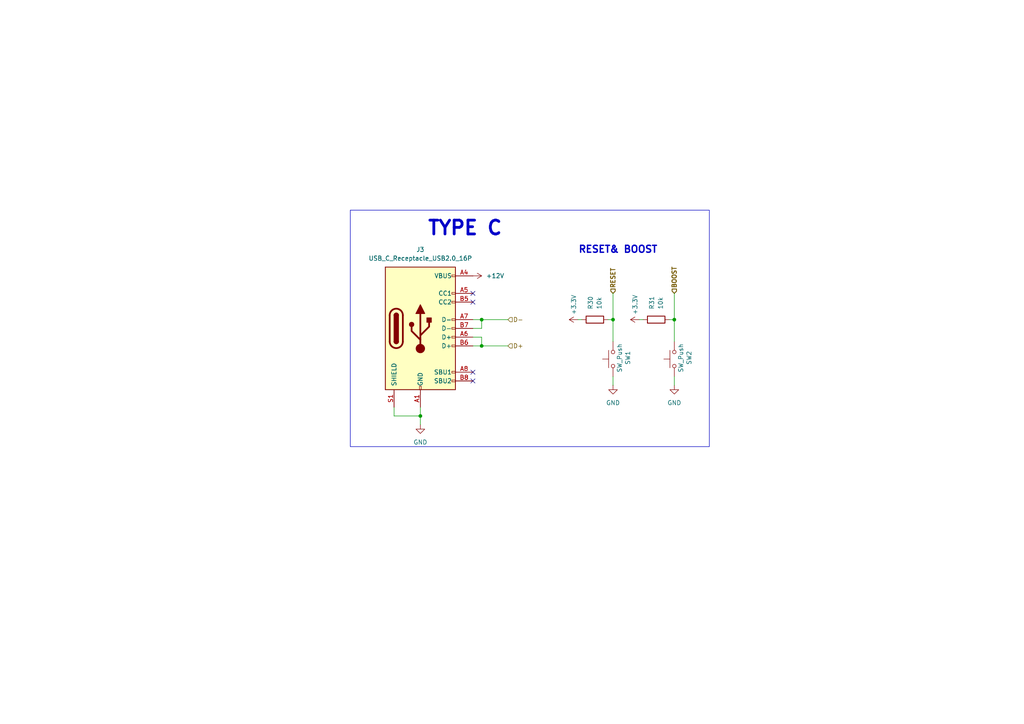
<source format=kicad_sch>
(kicad_sch (version 20231120) (generator "eeschema") (generator_version "8.0")
  (paper "A4")
  (lib_symbols
    (symbol "Connector:USB_C_Receptacle_USB2.0_16P" (pin_names (offset 1.016))
      (property "Reference" "J" (at 0 22.225 0))
      (property "Value" "USB_C_Receptacle_USB2.0_16P" (at 0 19.685 0))
      (symbol "USB_C_Receptacle_USB2.0_16P_0_0"
        (rectangle (start -0.254 -17.78) (end 0.254 -16.764))
        (rectangle (start 10.16 -14.986) (end 9.144 -15.494))
        (rectangle (start 10.16 -12.446) (end 9.144 -12.954))
        (rectangle (start 10.16 -4.826) (end 9.144 -5.334))
        (rectangle (start 10.16 -2.286) (end 9.144 -2.794))
        (rectangle (start 10.16 0.254) (end 9.144 -0.254))
        (rectangle (start 10.16 2.794) (end 9.144 2.286))
        (rectangle (start 10.16 7.874) (end 9.144 7.366))
        (rectangle (start 10.16 10.414) (end 9.144 9.906))
        (rectangle (start 10.16 15.494) (end 9.144 14.986))
      )
      (symbol "USB_C_Receptacle_USB2.0_16P_0_1"
        (rectangle (start -10.16 17.78) (end 10.16 -17.78) (stroke (width 0.254)) (fill (type background)))
        (arc (start -8.89 -3.81) (mid -6.985 -5.7067) (end -5.08 -3.81) (stroke (width 0.508)))
        (arc (start -7.62 -3.81) (mid -6.985 -4.4423) (end -6.35 -3.81) (stroke (width 0.254)))
        (arc (start -7.62 -3.81) (mid -6.985 -4.4423) (end -6.35 -3.81) (stroke (width 0.254)) (fill (type outline)))
        (rectangle (start -7.62 -3.81) (end -6.35 3.81) (stroke (width 0.254)) (fill (type outline)))
        (arc (start -6.35 3.81) (mid -6.985 4.4423) (end -7.62 3.81) (stroke (width 0.254)))
        (arc (start -6.35 3.81) (mid -6.985 4.4423) (end -7.62 3.81) (stroke (width 0.254)) (fill (type outline)))
        (arc (start -5.08 3.81) (mid -6.985 5.7067) (end -8.89 3.81) (stroke (width 0.508)))
        (circle (center -2.54 1.143) (radius 0.635) (stroke (width 0.254)) (fill (type outline)))
        (circle (center 0 -5.842) (radius 1.27) (fill (type outline)))
        (polyline (pts (xy -8.89 -3.81) (xy -8.89 3.81)) (stroke (width 0.508)))
        (polyline (pts (xy -5.08 3.81) (xy -5.08 -3.81)) (stroke (width 0.508)))
        (polyline (pts (xy 0 -5.842) (xy 0 4.318)) (stroke (width 0.508)))
        (polyline (pts (xy 0 -3.302) (xy -2.54 -0.762) (xy -2.54 0.508)) (stroke (width 0.508)))
        (polyline (pts (xy 0 -2.032) (xy 2.54 0.508) (xy 2.54 1.778)) (stroke (width 0.508)))
        (polyline (pts (xy -1.27 4.318) (xy 0 6.858) (xy 1.27 4.318) (xy -1.27 4.318)) (stroke (width 0.254)) (fill (type outline)))
        (rectangle (start 1.905 1.778) (end 3.175 3.048) (stroke (width 0.254)) (fill (type outline)))
      )
      (symbol "USB_C_Receptacle_USB2.0_16P_1_1"
        (pin passive line (at 0 -22.86 90) (length 5.08) (name "GND") (number "A1"))
        (pin passive line (at 0 -22.86 90) (length 5.08) hide (name "GND") (number "A12"))
        (pin passive line (at 15.24 15.24 180) (length 5.08) (name "VBUS") (number "A4"))
        (pin bidirectional line (at 15.24 10.16 180) (length 5.08) (name "CC1") (number "A5"))
        (pin bidirectional line (at 15.24 -2.54 180) (length 5.08) (name "D+") (number "A6"))
        (pin bidirectional line (at 15.24 2.54 180) (length 5.08) (name "D-") (number "A7"))
        (pin bidirectional line (at 15.24 -12.7 180) (length 5.08) (name "SBU1") (number "A8"))
        (pin passive line (at 15.24 15.24 180) (length 5.08) hide (name "VBUS") (number "A9"))
        (pin passive line (at 0 -22.86 90) (length 5.08) hide (name "GND") (number "B1"))
        (pin passive line (at 0 -22.86 90) (length 5.08) hide (name "GND") (number "B12"))
        (pin passive line (at 15.24 15.24 180) (length 5.08) hide (name "VBUS") (number "B4"))
        (pin bidirectional line (at 15.24 7.62 180) (length 5.08) (name "CC2") (number "B5"))
        (pin bidirectional line (at 15.24 -5.08 180) (length 5.08) (name "D+") (number "B6"))
        (pin bidirectional line (at 15.24 0 180) (length 5.08) (name "D-") (number "B7"))
        (pin bidirectional line (at 15.24 -15.24 180) (length 5.08) (name "SBU2") (number "B8"))
        (pin passive line (at 15.24 15.24 180) (length 5.08) hide (name "VBUS") (number "B9"))
        (pin passive line (at -7.62 -22.86 90) (length 5.08) (name "SHIELD") (number "S1"))
      )
    )
    (symbol "Device:R" (pin_numbers hide) (pin_names (offset 0))
      (property "Reference" "R" (at 2.032 0 90))
      (property "Value" "R" (at 0 0 90))
      (symbol "R_0_1"
        (rectangle (start -1.016 -2.54) (end 1.016 2.54) (stroke (width 0.254)))
      )
      (symbol "R_1_1"
        (pin passive line (at 0 3.81 270) (length 1.27) (name "~") (number "1"))
        (pin passive line (at 0 -3.81 90) (length 1.27) (name "~") (number "2"))
      )
    )
    (symbol "Switch:SW_Push" (pin_numbers hide) (pin_names (offset 1.016) hide)
      (property "Reference" "SW" (at 1.27 2.54 0))
      (property "Value" "SW_Push" (at 0 -1.524 0))
      (symbol "SW_Push_0_1"
        (circle (center -2.032 0) (radius 0.508))
        (polyline (pts (xy 0 1.27) (xy 0 3.048)))
        (polyline (pts (xy 2.54 1.27) (xy -2.54 1.27)))
        (circle (center 2.032 0) (radius 0.508))
        (pin passive line (at -5.08 0 0) (length 2.54) (name "1") (number "1"))
        (pin passive line (at 5.08 0 180) (length 2.54) (name "2") (number "2"))
      )
    )
    (symbol "power:+12V" (power) (pin_numbers hide) (pin_names (offset 0) hide)
      (property "Value" "+12V" (at 0 3.556 0))
      (symbol "+12V_0_1"
        (polyline (pts (xy -0.762 1.27) (xy 0 2.54)))
        (polyline (pts (xy 0 0) (xy 0 2.54)))
        (polyline (pts (xy 0 2.54) (xy 0.762 1.27)))
      )
      (symbol "+12V_1_1"
        (pin power_in line (at 0 0 90) (length 0) (name "~") (number "1"))
      )
    )
    (symbol "power:+3.3V" (power) (pin_names (offset 0))
      (property "Value" "+3.3V" (at 0 3.556 0))
      (symbol "+3.3V_0_1"
        (polyline (pts (xy -0.762 1.27) (xy 0 2.54)))
        (polyline (pts (xy 0 0) (xy 0 2.54)))
        (polyline (pts (xy 0 2.54) (xy 0.762 1.27)))
      )
      (symbol "+3.3V_1_1"
        (pin power_in line (at 0 0 90) (length 0) hide (name "+3.3V") (number "1"))
      )
    )
    (symbol "power:GND" (power) (pin_numbers hide) (pin_names (offset 0) hide)
      (property "Value" "GND" (at 0 -3.81 0))
      (symbol "GND_0_1"
        (polyline (pts (xy 0 0) (xy 0 -1.27) (xy 1.27 -1.27) (xy 0 -2.54) (xy -1.27 -1.27) (xy 0 -1.27)))
      )
      (symbol "GND_1_1"
        (pin power_in line (at 0 0 270) (length 0) (name "~") (number "1"))
      )
    )
  )
  (junction (at 177.8 92.71))
  (junction (at 139.7 100.33))
  (junction (at 139.7 92.71))
  (junction (at 121.92 120.65))
  (junction (at 195.58 92.71))
  (no_connect (at 137.16 87.63))
  (no_connect (at 137.16 110.49))
  (no_connect (at 137.16 85.09))
  (no_connect (at 137.16 107.95))
  (wire (pts (xy 167.64 92.71) (xy 168.7322 92.71)))
  (wire (pts (xy 177.8 99.06) (xy 177.8 92.71)))
  (wire (pts (xy 114.3 120.65) (xy 114.3 118.11)))
  (wire (pts (xy 139.7 97.79) (xy 139.7 100.33)))
  (wire (pts (xy 195.58 109.22) (xy 195.58 111.76)))
  (wire (pts (xy 137.16 92.71) (xy 139.7 92.71)))
  (wire (pts (xy 195.58 99.06) (xy 195.58 92.71)))
  (wire (pts (xy 139.7 100.33) (xy 147.32 100.33)))
  (wire (pts (xy 137.16 97.79) (xy 139.7 97.79)))
  (wire (pts (xy 114.3 120.65) (xy 121.92 120.65)))
  (wire (pts (xy 194.1322 92.71) (xy 195.58 92.71)))
  (wire (pts (xy 137.16 100.33) (xy 139.7 100.33)))
  (wire (pts (xy 137.16 95.25) (xy 139.7 95.25)))
  (wire (pts (xy 139.7 92.71) (xy 147.32 92.71)))
  (wire (pts (xy 177.8 85.09) (xy 177.8 92.71)))
  (wire (pts (xy 176.3522 92.71) (xy 177.8 92.71)))
  (wire (pts (xy 121.92 120.65) (xy 121.92 123.19)))
  (wire (pts (xy 139.7 92.71) (xy 139.7 95.25)))
  (wire (pts (xy 185.42 92.71) (xy 186.5122 92.71)))
  (wire (pts (xy 121.92 118.11) (xy 121.92 120.65)))
  (wire (pts (xy 177.8 109.22) (xy 177.8 111.76)))
  (wire (pts (xy 195.58 85.09) (xy 195.58 92.71)))
  (rectangle (start 101.6 60.96) (end 205.74 129.54))
  (text "TYPE C\n" (at 134.874 66.294 0) (effects (font (size 4 4) (thickness 0.8) (bold yes))))
  (text "RESET& BOOST\n\n" (at 167.6654 76.8858 0) (effects (font (size 2 2) (thickness 0.4) (bold yes)) (justify left bottom)))
  (hierarchical_label "RESET" (shape input) (at 177.8 85.09 90) (effects (font (bold yes))))
  (hierarchical_label "D+" (shape input) (at 147.32 100.33 0))
  (hierarchical_label "D-" (shape input) (at 147.32 92.71 0))
  (hierarchical_label "BOOST" (shape input) (at 195.58 85.09 90) (effects (font (bold yes))))
  (symbol (lib_id "power:GND") (at 121.92 123.19 0) (unit 1)
    (property "Reference" "#PWR044" (effects (hide yes)))
    (property "Value" "GND" (at 121.92 128.27 0))
    (property "Description" "Power symbol creates a global label with name \"GND\" , ground" (effects (hide yes)))
  )
  (symbol (lib_id "power:GND") (at 177.8 111.76 0) (unit 1)
    (property "Reference" "#PWR047" (effects (hide yes)))
    (property "Value" "GND" (at 177.8 116.84 0))
  )
  (symbol (lib_id "power:+3.3V") (at 185.42 92.71 90) (unit 1)
    (property "Reference" "#PWR048" (effects (hide yes)))
    (property "Value" "+3.3V" (at 184.2008 88.392 0))
  )
  (symbol (lib_id "Device:R") (at 172.5422 92.71 90) (unit 1)
    (property "Reference" "R30" (at 171.2722 89.7636 0) (effects (justify left)))
    (property "Value" "10k" (at 173.8122 89.7636 0) (effects (justify left)))
    (property "Footprint" "Resistor_SMD:R_0603_1608Metric" (effects (hide yes)))
  )
  (symbol (lib_id "Switch:SW_Push") (at 195.58 104.14 90) (unit 1)
    (property "Reference" "SW2" (at 199.8726 101.7524 0) (effects (justify right)))
    (property "Value" "SW_Push" (at 197.485 99.6188 0) (effects (justify right)))
    (property "Footprint" "Button_Switch_SMD:SW_Push_1P1T_NO_CK_KMR2" (effects (hide yes)))
  )
  (symbol (lib_id "power:GND") (at 195.58 111.76 0) (unit 1)
    (property "Reference" "#PWR049" (effects (hide yes)))
    (property "Value" "GND" (at 195.58 116.84 0))
  )
  (symbol (lib_id "power:+12V") (at 137.16 80.01 270) (unit 1)
    (property "Reference" "#PWR045" (effects (hide yes)))
    (property "Value" "+12V" (at 140.97 80.0099 90) (effects (justify left)))
    (property "Description" "Power symbol creates a global label with name \"+12V\"" (effects (hide yes)))
  )
  (symbol (lib_id "Switch:SW_Push") (at 177.8 104.14 90) (unit 1)
    (property "Reference" "SW1" (at 182.0926 101.7524 0) (effects (justify right)))
    (property "Value" "SW_Push" (at 179.705 99.6188 0) (effects (justify right)))
    (property "Footprint" "Button_Switch_SMD:SW_Push_1P1T_NO_CK_KMR2" (effects (hide yes)))
  )
  (symbol (lib_id "Device:R") (at 190.3222 92.71 90) (unit 1)
    (property "Reference" "R31" (at 189.0522 89.7636 0) (effects (justify left)))
    (property "Value" "10k" (at 191.5922 89.7636 0) (effects (justify left)))
    (property "Footprint" "Resistor_SMD:R_0603_1608Metric" (effects (hide yes)))
  )
  (symbol (lib_id "Connector:USB_C_Receptacle_USB2.0_16P") (at 121.92 95.25 0) (unit 1)
    (property "Reference" "J3" (at 121.92 72.39 0))
    (property "Value" "USB_C_Receptacle_USB2.0_16P" (at 121.92 74.93 0))
    (property "Footprint" "Connector_USB:USB_C_Receptacle_GCT_USB4105-xx-A_16P_TopMnt_Horizontal" (effects (hide yes)))
    (property "Datasheet" "https://www.usb.org/sites/default/files/documents/usb_type-c.zip" (effects (hide yes)))
    (property "Description" "USB 2.0-only 16P Type-C Receptacle connector" (effects (hide yes)))
  )
  (symbol (lib_id "power:+3.3V") (at 167.64 92.71 90) (unit 1)
    (property "Reference" "#PWR046" (effects (hide yes)))
    (property "Value" "+3.3V" (at 166.4208 88.392 0))
  )
)
</source>
